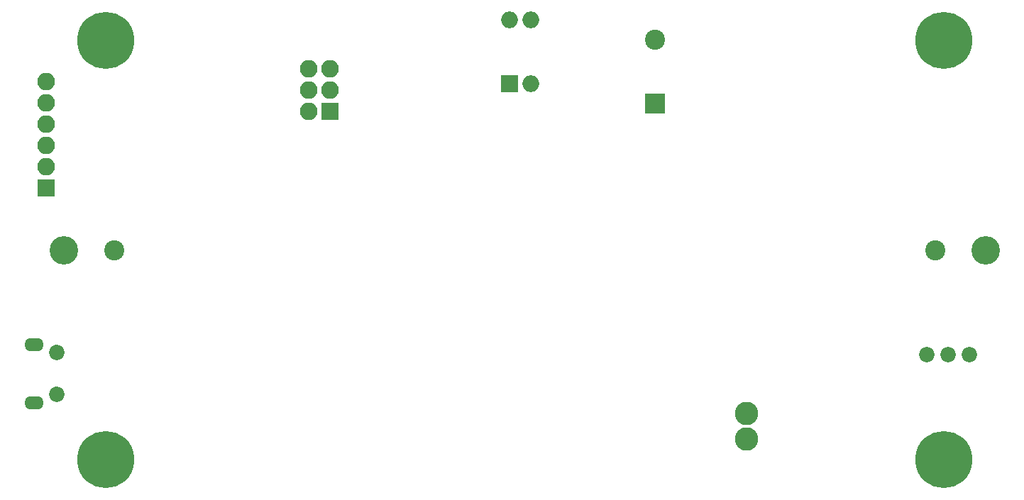
<source format=gbs>
G04 #@! TF.GenerationSoftware,KiCad,Pcbnew,(2017-07-16 revision e797af331)-makepkg*
G04 #@! TF.CreationDate,2018-05-04T01:25:42+02:00*
G04 #@! TF.ProjectId,BRNG,42524E472E6B696361645F7063620000,First release*
G04 #@! TF.SameCoordinates,Original
G04 #@! TF.FileFunction,Soldermask,Bot*
G04 #@! TF.FilePolarity,Negative*
%FSLAX46Y46*%
G04 Gerber Fmt 4.6, Leading zero omitted, Abs format (unit mm)*
G04 Created by KiCad (PCBNEW (2017-07-16 revision e797af331)-makepkg) date 05/04/18 01:25:42*
%MOMM*%
%LPD*%
G01*
G04 APERTURE LIST*
%ADD10C,2.400000*%
%ADD11R,2.400000X2.400000*%
%ADD12O,2.100000X2.100000*%
%ADD13R,2.100000X2.100000*%
%ADD14C,6.800000*%
%ADD15C,1.200000*%
%ADD16C,3.400000*%
%ADD17O,2.300000X1.600000*%
%ADD18C,1.850000*%
%ADD19C,2.800000*%
%ADD20C,1.840000*%
%ADD21O,2.000000X2.000000*%
%ADD22R,2.000000X2.000000*%
G04 APERTURE END LIST*
D10*
X163500000Y-61400000D03*
D11*
X163500000Y-69000000D03*
D12*
X90900000Y-66390000D03*
X90900000Y-68930000D03*
X90900000Y-71470000D03*
X90900000Y-74010000D03*
X90900000Y-76550000D03*
D13*
X90900000Y-79090000D03*
D14*
X198000000Y-111500000D03*
D15*
X200400000Y-111500000D03*
X199697056Y-113197056D03*
X198000000Y-113900000D03*
X196302944Y-113197056D03*
X195600000Y-111500000D03*
X196302944Y-109802944D03*
X198000000Y-109100000D03*
X199697056Y-109802944D03*
D14*
X198000000Y-61500000D03*
D15*
X200400000Y-61500000D03*
X199697056Y-63197056D03*
X198000000Y-63900000D03*
X196302944Y-63197056D03*
X195600000Y-61500000D03*
X196302944Y-59802944D03*
X198000000Y-59100000D03*
X199697056Y-59802944D03*
D14*
X98000000Y-61500000D03*
D15*
X100400000Y-61500000D03*
X99697056Y-63197056D03*
X98000000Y-63900000D03*
X96302944Y-63197056D03*
X95600000Y-61500000D03*
X96302944Y-59802944D03*
X98000000Y-59100000D03*
X99697056Y-59802944D03*
D14*
X98000000Y-111500000D03*
D15*
X100400000Y-111500000D03*
X99697056Y-113197056D03*
X98000000Y-113900000D03*
X96302944Y-113197056D03*
X95600000Y-111500000D03*
X96302944Y-109802944D03*
X98000000Y-109100000D03*
X99697056Y-109802944D03*
D10*
X197000000Y-86500000D03*
D16*
X203000000Y-86500000D03*
D10*
X99000000Y-86500000D03*
D16*
X93000000Y-86500000D03*
D12*
X122260000Y-64860000D03*
X124800000Y-64860000D03*
X122260000Y-67400000D03*
X124800000Y-67400000D03*
X122260000Y-69940000D03*
D13*
X124800000Y-69940000D03*
D17*
X89450000Y-104750000D03*
X89450000Y-97750000D03*
D18*
X92150000Y-103750000D03*
X92150000Y-98750000D03*
D19*
X174500000Y-106000000D03*
X174500000Y-109000000D03*
D20*
X195960000Y-99000000D03*
X198500000Y-99000000D03*
X201040000Y-99000000D03*
D21*
X146210000Y-59000000D03*
X148750000Y-66620000D03*
X148750000Y-59000000D03*
D22*
X146210000Y-66620000D03*
M02*

</source>
